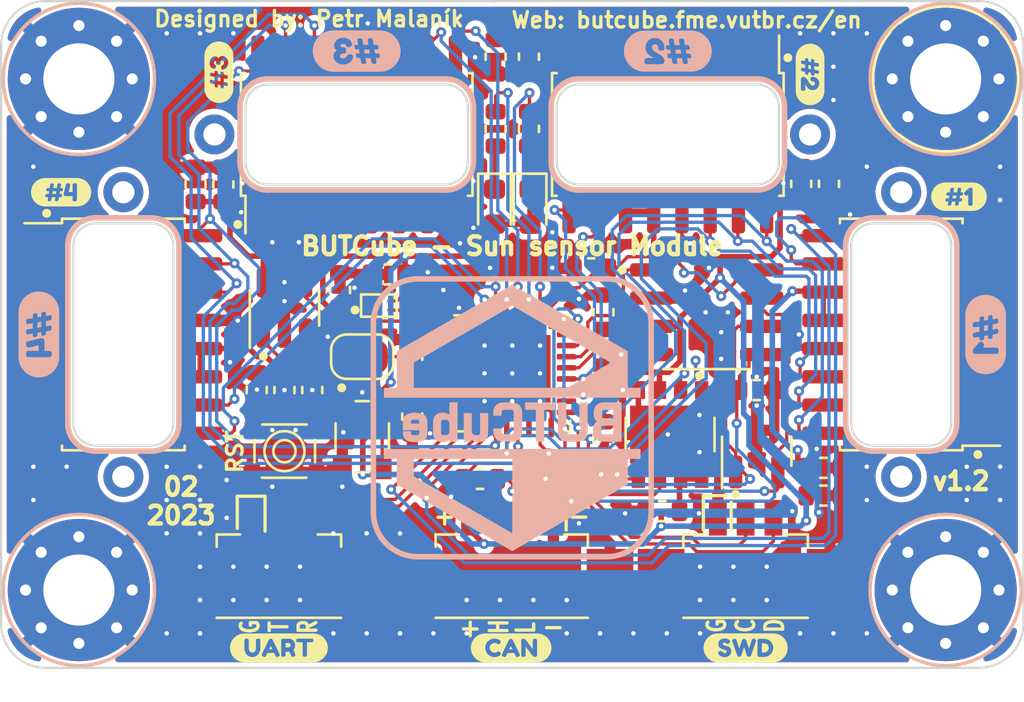
<source format=kicad_pcb>
(kicad_pcb (version 20211014) (generator pcbnew)

  (general
    (thickness 0.99)
  )

  (paper "A4")
  (title_block
    (title "BUTCube - Sun sensor")
    (date "2023-01-22")
    (rev "v1.2")
    (company "VUT - FIT(STRaDe) & FME(IAE & IPE)")
    (comment 1 "Author: Petr Malaník")
  )

  (layers
    (0 "F.Cu" mixed)
    (31 "B.Cu" mixed)
    (36 "B.SilkS" user "B.Silkscreen")
    (37 "F.SilkS" user "F.Silkscreen")
    (38 "B.Mask" user)
    (39 "F.Mask" user)
    (40 "Dwgs.User" user "User.Drawings")
    (41 "Cmts.User" user "User.Comments")
    (42 "Eco1.User" user "User.Eco1")
    (43 "Eco2.User" user "User.Eco2")
    (44 "Edge.Cuts" user)
    (45 "Margin" user)
    (46 "B.CrtYd" user "B.Courtyard")
    (47 "F.CrtYd" user "F.Courtyard")
    (48 "B.Fab" user)
    (49 "F.Fab" user)
    (51 "User.2" user "Sun_shield_stencil")
  )

  (setup
    (stackup
      (layer "F.SilkS" (type "Top Silk Screen") (color "White"))
      (layer "F.Mask" (type "Top Solder Mask") (color "Blue") (thickness 0.01))
      (layer "F.Cu" (type "copper") (thickness 0.035))
      (layer "dielectric 1" (type "core") (thickness 0.9) (material "FR4") (epsilon_r 4.5) (loss_tangent 0.02))
      (layer "B.Cu" (type "copper") (thickness 0.035))
      (layer "B.Mask" (type "Bottom Solder Mask") (color "Blue") (thickness 0.01))
      (layer "B.SilkS" (type "Bottom Silk Screen") (color "White"))
      (copper_finish "None")
      (dielectric_constraints no)
    )
    (pad_to_mask_clearance 0)
    (pcbplotparams
      (layerselection 0x0080000_7ffffffe)
      (disableapertmacros false)
      (usegerberextensions true)
      (usegerberattributes true)
      (usegerberadvancedattributes true)
      (creategerberjobfile false)
      (svguseinch false)
      (svgprecision 6)
      (excludeedgelayer true)
      (plotframeref false)
      (viasonmask false)
      (mode 1)
      (useauxorigin false)
      (hpglpennumber 1)
      (hpglpenspeed 20)
      (hpglpendiameter 15.000000)
      (dxfpolygonmode true)
      (dxfimperialunits false)
      (dxfusepcbnewfont true)
      (psnegative false)
      (psa4output false)
      (plotreference true)
      (plotvalue true)
      (plotinvisibletext false)
      (sketchpadsonfab false)
      (subtractmaskfromsilk false)
      (outputformat 1)
      (mirror false)
      (drillshape 0)
      (scaleselection 1)
      (outputdirectory "gerbers/Gatema_v1.2")
    )
  )

  (net 0 "")
  (net 1 "+3V3")
  (net 2 "GND")
  (net 3 "Net-(C16-Pad1)")
  (net 4 "/VREF")
  (net 5 "Net-(D1-Pad1)")
  (net 6 "Net-(D2-Pad1)")
  (net 7 "/CAN.L")
  (net 8 "/CAN.H")
  (net 9 "/DBG_TX")
  (net 10 "/DBG_RX")
  (net 11 "/SWCLK")
  (net 12 "/SWDIO")
  (net 13 "Net-(JP1-Pad1)")
  (net 14 "/NRST")
  (net 15 "/LED1")
  (net 16 "/LED2")
  (net 17 "/CAN_RS")
  (net 18 "/SCK")
  (net 19 "/FR_RDY_#1")
  (net 20 "/MOSI")
  (net 21 "/CS_#1")
  (net 22 "unconnected-(U1-Pad1)")
  (net 23 "unconnected-(U1-Pad2)")
  (net 24 "unconnected-(U1-Pad3)")
  (net 25 "unconnected-(U1-Pad4)")
  (net 26 "unconnected-(U1-Pad5)")
  (net 27 "unconnected-(U1-Pad6)")
  (net 28 "unconnected-(U1-Pad7)")
  (net 29 "unconnected-(U1-Pad8)")
  (net 30 "/LSE")
  (net 31 "/WDG_RESET")
  (net 32 "/HSE")
  (net 33 "/MISO")
  (net 34 "unconnected-(U2-Pad14)")
  (net 35 "unconnected-(U2-Pad18)")
  (net 36 "/CAN_RX")
  (net 37 "/CAN_TX")
  (net 38 "/FR_RDY_#2")
  (net 39 "/CS_#2")
  (net 40 "unconnected-(U3-Pad1)")
  (net 41 "unconnected-(U3-Pad2)")
  (net 42 "unconnected-(U3-Pad3)")
  (net 43 "unconnected-(U3-Pad4)")
  (net 44 "unconnected-(U3-Pad5)")
  (net 45 "unconnected-(U3-Pad6)")
  (net 46 "unconnected-(U3-Pad7)")
  (net 47 "unconnected-(U3-Pad8)")
  (net 48 "unconnected-(U4-Pad3)")
  (net 49 "/FR_RDY_#3")
  (net 50 "/CS_#3")
  (net 51 "unconnected-(U5-Pad1)")
  (net 52 "unconnected-(U5-Pad2)")
  (net 53 "unconnected-(U5-Pad3)")
  (net 54 "unconnected-(U5-Pad4)")
  (net 55 "unconnected-(U5-Pad5)")
  (net 56 "unconnected-(U5-Pad6)")
  (net 57 "unconnected-(U5-Pad7)")
  (net 58 "unconnected-(U5-Pad8)")
  (net 59 "/FRAM_CS")
  (net 60 "/FR_RDY_#4")
  (net 61 "/CS_#4")
  (net 62 "unconnected-(U7-Pad1)")
  (net 63 "unconnected-(U7-Pad2)")
  (net 64 "unconnected-(U7-Pad3)")
  (net 65 "unconnected-(U7-Pad4)")
  (net 66 "unconnected-(U7-Pad5)")
  (net 67 "unconnected-(U7-Pad6)")
  (net 68 "unconnected-(U7-Pad7)")
  (net 69 "unconnected-(U7-Pad8)")
  (net 70 "unconnected-(X1-Pad1)")

  (footprint "Package_TO_SOT_SMD:SOT-23-5" (layer "F.Cu") (at 133.75 98.8 90))

  (footprint "TCY_oscillators:CSP-4_1.5x0.8mm" (layer "F.Cu") (at 138 98.7))

  (footprint "TCY_IC:DFN-8-1EP_4.5x4mm_P0.95mm_EP3.6x2.6mm" (layer "F.Cu") (at 151.1 104.5 -90))

  (footprint "Sun_shield:Alignment_hole" (layer "F.Cu") (at 126.5 93.6))

  (footprint "TCY_oscillators:ECS-TXO-3225" (layer "F.Cu") (at 137.25 104.6 -90))

  (footprint "Package_TO_SOT_SMD:SOT-23" (layer "F.Cu") (at 155 105.25 90))

  (footprint "MountingHole:MountingHole_3.2mm_M3_Pad_Via" (layer "F.Cu") (at 163.5 111.5))

  (footprint "TCY_passives:C_0603_1608Metric" (layer "F.Cu") (at 155 102.5 180))

  (footprint "TCY_passives:C_0603_1608Metric" (layer "F.Cu") (at 144.75 87.5 -90))

  (footprint "TCY_passives:C_0603_1608Metric" (layer "F.Cu") (at 131 93.25 90))

  (footprint "TCY_passives:C_0603_1608Metric" (layer "F.Cu") (at 158 106))

  (footprint "TCY_passives:C_0603_1608Metric" (layer "F.Cu") (at 150.75 107.95 180))

  (footprint "TCY_passives:R_0603_1608Metric" (layer "F.Cu") (at 143.25 90.75 90))

  (footprint "TCY_passives:C_0603_1608Metric" (layer "F.Cu") (at 148.1 102.2 90))

  (footprint "MountingHole:MountingHole_3.2mm_M3_Pad_Via" (layer "F.Cu") (at 124.5 111.5))

  (footprint "Package_DFN_QFN:QFN-32-1EP_5x5mm_P0.5mm_EP3.45x3.45mm" (layer "F.Cu") (at 144 101.75))

  (footprint "Package_SO:SO-16_5.3x10.2mm_P1.27mm" (layer "F.Cu") (at 161.5 100 180))

  (footprint "TCY_buttons_switches:KMT031NGJLHS" (layer "F.Cu") (at 133.75 105.25))

  (footprint "Sun_shield:Alignment_hole" (layer "F.Cu") (at 126.5 106.4))

  (footprint "Package_SO:SOIC-8_3.9x4.9mm_P1.27mm" (layer "F.Cu") (at 152.75 99))

  (footprint "Sun_shield:Alignment_hole" (layer "F.Cu") (at 130.6 91))

  (footprint "kibuzzard-62EB8F41" (layer "F.Cu") (at 130.8 88.2 90))

  (footprint "TCY_passives:R_0603_1608Metric" (layer "F.Cu") (at 133.75 102.5 -90))

  (footprint "Sun_shield:Alignment_hole" (layer "F.Cu") (at 161.5 106.4))

  (footprint "kibuzzard-62EB8F32" (layer "F.Cu") (at 157.4 88.3 -90))

  (footprint "TCY_passives:C_0603_1608Metric" (layer "F.Cu") (at 158.25 93.225 90))

  (footprint "TCY_passives:R_0603_1608Metric" (layer "F.Cu") (at 144.75 90.75 90))

  (footprint "Package_SO:SO-16_5.3x10.2mm_P1.27mm" (layer "F.Cu") (at 137 91 90))

  (footprint "TCY_passives:C_0603_1608Metric" (layer "F.Cu") (at 148.1 104.7 -90))

  (footprint "Sun_shield:Alignment_hole" (layer "F.Cu") (at 157.4 91))

  (footprint "LED_SMD:LED_0603_1608Metric" (layer "F.Cu") (at 144.8 94.25 -90))

  (footprint "TCY_passives:C_0603_1608Metric" (layer "F.Cu") (at 157 93.225 90))

  (footprint "MountingHole:MountingHole_3.2mm_M3_Pad_Via" (layer "F.Cu") (at 124.5 88.5))

  (footprint "TCY_connectors:Amphenol_10114828-11103LF_1x03_P1.25mm_Vertical" (layer "F.Cu") (at 154.5 109))

  (footprint "TCY_connectors:Amphenol_10114828-11103LF_1x03_P1.25mm_Vertical" (layer "F.Cu") (at 133.5 109))

  (footprint "Package_SO:SO-16_5.3x10.2mm_P1.27mm" (layer "F.Cu") (at 151 91 -90))

  (footprint "Package_SO:SO-16_5.3x10.2mm_P1.27mm" (layer "F.Cu") (at 126.5 100))

  (footprint "TCY_passives:C_0603_1608Metric" (layer "F.Cu") (at 148.1 99 90))

  (footprint "TCY_passives:R_0603_1608Metric" (layer "F.Cu") (at 145.45 106.5 180))

  (footprint "Jumper:SolderJumper-2_P1.3mm_Open_RoundedPad1.0x1.5mm" (layer "F.Cu") (at 137.25 101))

  (footprint "MountingHole:MountingHole_3.2mm_M3_Pad_Via" (layer "F.Cu") (at 163.5 88.5))

  (footprint "TCY_connectors:Amphenol_10114828-11104LF_1x04_P1.25mm_Vertical" (layer "F.Cu") (at 144 111.2))

  (footprint "TCY_passives:R_0603_1608Metric" (layer "F.Cu") (at 142.55 106.5 180))

  (footprint "TCY_passives:C_0603_1608Metric" (layer "F.Cu") (at 139.5 103.7 -90))

  (footprint "TCY_passives:R_0603_1608Metric" (layer "F.Cu") (at 147.55 97.025 180))

  (footprint "TCY_passives:C_0603_1608Metric" (layer "F.Cu") (at 138.4 97.3 180))

  (footprint "TCY_passives:C_0603_1608Metric" (layer "F.Cu") (at 136.25 98 90))

  (footprint "TCY_passives:C_0603_1608Metric" (layer "F.Cu") (at 132.5 102.5 90))

  (footprint "kibuzzard-62EB8F1C" (layer "F.Cu") (at 133.5 114.1))

  (footprint "TCY_passives:C_0603_1608Metric" (layer "F.Cu") (at 139.5 101 90))

  (footprint "kibuzzard-62EB8F2A" (layer "F.Cu") (at 164.1 93.8))

  (footprint "TCY_passives:C_0603_1608Metric" (layer "F.Cu") (at 143.25 87.5 -90))

  (footprint "kibuzzard-62EB8F4D" (layer "F.Cu")
    (tedit 62EB8F4D) (tstamp dca85d45-e662-43f1-8740-73c215a1b58e)
    (at 123.7 93.6)
    (descr "Converted using: scripting")
    (tags "svg2mod")
    (attr board_only exclude_from_pos_files exclude_from_bom)
    (fp_text reference "kibuzzard-62EB8F4D" (at 0 -0.640958) (layer "F.SilkS") hide
      (effects (font (size 0.000254 0.000254) (thickness 0.000003)))
      (tstamp d6c0d986-f43c-4e2f-a9c5-5f60417ed34a)
    )
    (fp_text value "G***" (at 0 0.640958) (layer "F.SilkS") hide
      (effects (font (size 0.000254 0.000254) (thickness 0.000003)))
      (tstamp 57693471-80f0-4392-827b-40651d2a18ab)
    )
    (fp_poly (pts
        (xy -0.714534 -0.64045)
        (xy -0.457835 -0.392271)
        (xy -0.401161 -0.402273)
        (xy -0.343932 -0.390604)
        (xy -0.327819 -0.3556)
        (xy -0.333375 -0.316706)
        (xy -0.354489 -0.191135)
        (xy -0.188913 -0.191135)
        (xy -0.170021 -0.305594)
        (xy -0.167243 -0.327263)
        (xy -0.163909 -0.348377)
        (xy -0.158909 -0.365601)
        (xy -0.149463 -0.381159)
        (xy -0.13335 -0.392271)
        (xy -0.076676 -0.402273)
        (xy -0.019447 -0.390604)
        (xy -0.003334 -0.3556)
        (xy 0.21336 -0.332264)
        (xy 0.225028 -0.371158)
        (xy 0.245031 -0.396716)
        (xy 0.283369 -0.40894)
        (xy 0.334486 -0.401161)
        (xy 0.392827 -0.372824)
        (xy 0.412274 -0.330041)
        (xy 0.404495 -0.283369)
        (xy 0.403384 -0.280035)
        (xy 0.335597 -0.00889)
        (xy 0.516731 -0.00889)
        (xy 0.516731 -0.312261)
        (xy 0.518398 -0.350044)
        (xy 0.528955 -0.377825)
        (xy 0.559514 -0.399494)
        (xy 0.616188 -0.405606)
        (xy 0.672306 -0.398383)
        (xy 0.70231 -0.375047)
        (xy 0.712867 -0.345599)
        (xy 0.714534 -0.306705)
        (xy 0.714534 0.31115)
        (xy 0.703977 0.375047)
        (xy 0.671751 0.402273)
        (xy 0.617855 0.40894)
        (xy 0.566737 0.403384)
        (xy 0.537845 0.390049)
        (xy 0.523399 0.367824)
        (xy 0.516731 0.310039)
        (xy 0.516731 0.174466)
        (xy 0.215582 0.174466)
        (xy 0.15363 0.163909)
        (xy 0.123349 0.132239)
        (xy 0.117792 0.084455)
        (xy 0.121126 0.040005)
        (xy 0.21336 -0.332264)
        (xy -0.003334 -0.3556)
        (xy -0.00889 -0.316706)
        (xy -0.030004 -0.191135)
        (xy 0.02667 -0.191135)
        (xy 0.057229 -0.189468)
        (xy 0.075565 -0.1778)
        (xy 0.084455 -0.148352)
        (xy 0.080566 -0.106124)
        (xy 0.063341 -0.066675)
        (xy 0.037782 -0.047784)
        (xy 0.001111 -0.045561)
        (xy -0.054451 -0.045561)
        (xy -0.074454 0.076676)
        (xy -0.01778 0.076676)
        (xy 0.012779 0.078343)
        (xy 0.031115 0.090011)
        (xy 0.040005 0.119459)
        (xy 0.036671 0.157798)
        (xy 0.026114 0.192246)
        (xy 0.006667 0.214471)
        (xy -0.043339 0.223361)
        (xy -0.098901 0.223361)
        (xy -0.112236 0.308928)
        (xy -0.114459 0.321151)
        (xy -0.121682 0.3556)
        (xy -0.13335 0.380048)
        (xy -0.162798 0.399217)
        (xy -0.215583 0.405606)
        (xy -0.263922 0.395327)
        (xy -0.280035 0.36449)
        (xy -0.271145 0.306705)
        (xy -0.25781 0.223361)
        (xy -0.423386 0.223361)
        (xy -0.436721 0.308928)
        (xy -0.438944 0.321151)
        (xy -0.446167 0.3556)
        (xy -0.457835 0.380048)
        (xy -0.487283 0.399217)
        (xy -0.540068 0.405606)
        (xy -0.588407 0.395327)
        (xy -0.60452 0.36449)
        (xy -0.59563 0.306705)
        (xy -0.582295 0.223361)
        (xy -0.655638 0.223361)
        (xy -0.7112 0.203359)
        (xy -0.714534 0.177244)
        (xy -0.710644 0.137239)
        (xy -0.692864 0.09779)
        (xy -0.66675 0.078899)
        (xy -0.630079 0.076676)
        (xy -0.557848 0.076676)
        (xy -0.537845 -0.045561)
        (xy -0.611188 -0.045561)
        (xy -0.66675 -0.064452)
        (xy -0.670084 -0.091123)
        (xy -0.666194 -0.130572)
        (xy -0.648414 -0.170021)
        (xy -0.6223 -0.188913)
        (xy -0.585629 -0.191135)
        (xy -0.513398 -0.191135)
        (xy -0.494506 -0.305594)
        (xy -0.491728 -0.327263)
        (xy -0.488394 -0.348377)
        (xy -0.483394 -0.365601)
        (xy -0.473948 -0.381159)
        (xy -0.457835 -0.392271)
        (xy -0.714534 -0.64045)
        (xy -0.714626 -0.64045)
        (xy -0.777401 -0.637366)
        (xy -0.839572 -0.628144)
        (xy -0.900539 -0.612873)
        (xy -0.959716 -0.591699)
  
... [627955 chars truncated]
</source>
